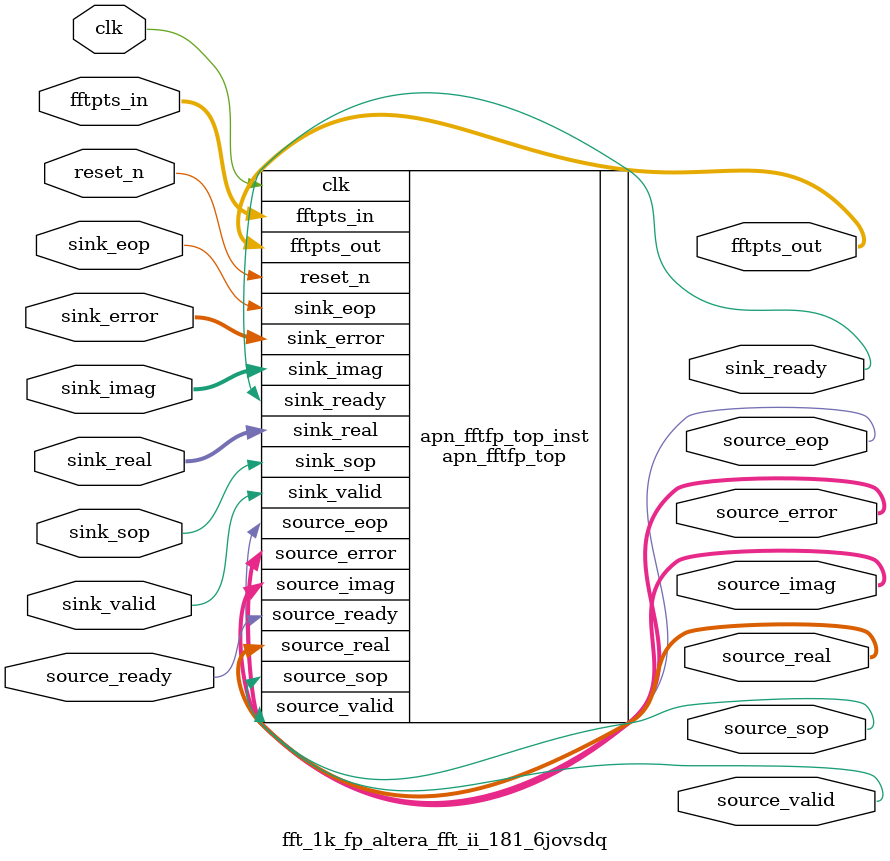
<source format=sv>



module fft_1k_fp_altera_fft_ii_181_6jovsdq (
   input clk, 
   input reset_n,
	input [10 : 0] fftpts_in,
	input	sink_valid,
	input	sink_sop,
	input	sink_eop,
	input	logic [31 : 0] sink_real,
	input	logic [31 : 0] sink_imag,
	input	logic [1 : 0] sink_error,
	input	source_ready,
   output [10 : 0] fftpts_out,
	output sink_ready,
	output [1 : 0] source_error,
	output source_sop,
	output source_eop,
	output source_valid,
	output [31 : 0] source_real,
	output [31 : 0] source_imag
	);

	apn_fftfp_top #(
		.DEVICE_FAMILY_g("Arria 10"),
		.MAX_FFTPTS_g(1024),
		.NUM_STAGES_g(5),
		.DATAWIDTH_g(32),
		.TWIDWIDTH_g(32),
		.MAX_GROW_g (0),
		.TWIDROM_BASE_g("fft_1k_fp_altera_fft_ii_181_6jovsdq_"),
		.DSP_ROUNDING_g(0),
		.INPUT_FORMAT_g("NATURAL_ORDER"),
		.OUTPUT_FORMAT_g("NATURAL_ORDER"),
		.REPRESENTATION_g("FLOATPT"),
		.DSP_ARCH_g(0),
        .PRUNE_g("2,2,3,2,0") 
	)
	apn_fftfp_top_inst (
		.clk(clk),
		.reset_n(reset_n),
		.fftpts_in(fftpts_in),
		.fftpts_out(fftpts_out),
		.sink_valid(sink_valid),
		.sink_sop(sink_sop),
		.sink_eop(sink_eop),
		.sink_real(sink_real),
		.sink_imag(sink_imag),
		.sink_ready(sink_ready),
		.sink_error(sink_error),
		.source_error(source_error),
		.source_ready(source_ready),
		.source_sop(source_sop),
		.source_eop(source_eop),
		.source_valid(source_valid),
		.source_real(source_real),
		.source_imag(source_imag)
	);
endmodule


</source>
